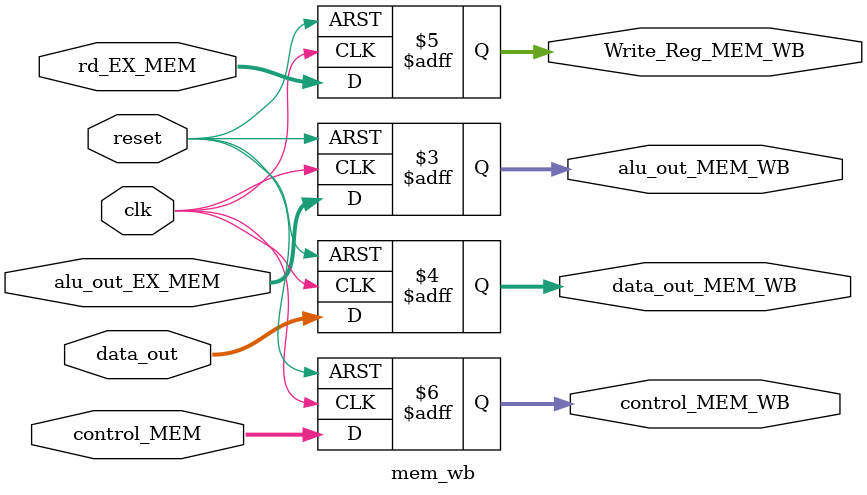
<source format=v>
`timescale 1ns / 1ps

module mem_wb(
	input clk,
	input reset,
	input [31:0] alu_out_EX_MEM,
	input [31:0] data_out,
	input [4:0] rd_EX_MEM,
	input [1:0] control_MEM,
	output reg [31:0] alu_out_MEM_WB,
	output reg [31:0] data_out_MEM_WB,
	output reg [4:0] Write_Reg_MEM_WB,
	output reg [1:0] control_MEM_WB
    );

always@(posedge clk,negedge reset)
begin
if(reset == 0)
begin
alu_out_MEM_WB = 0;
data_out_MEM_WB = 0;
Write_Reg_MEM_WB = 0;
control_MEM_WB = 0;
end
else
begin
alu_out_MEM_WB = alu_out_EX_MEM;
data_out_MEM_WB = data_out;
Write_Reg_MEM_WB = rd_EX_MEM;
control_MEM_WB = control_MEM;
end
end
endmodule

</source>
